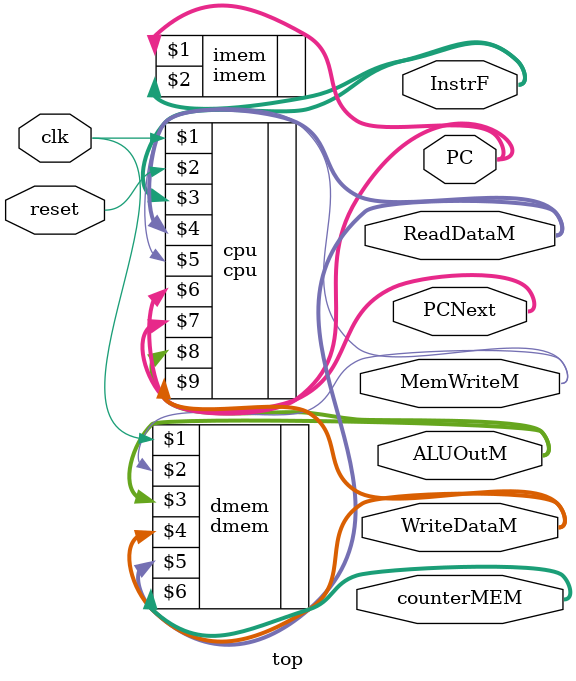
<source format=sv>
module top( input  logic clk, reset,
			   output logic [31:0] WriteDataM, ALUOutM, PC, PCNext, ReadDataM,
				output logic [29:0] InstrF, 
			   output logic MemWriteM,
				output int counterMEM); 

// instantiate processor and memories
cpu cpu(clk, reset, InstrF, ReadDataM, MemWriteM, PC, PCNext, ALUOutM, WriteDataM);
		  
imem imem(PC, InstrF);

dmem dmem(clk, MemWriteM, ALUOutM, WriteDataM, ReadDataM, counterMEM);


endmodule 
</source>
